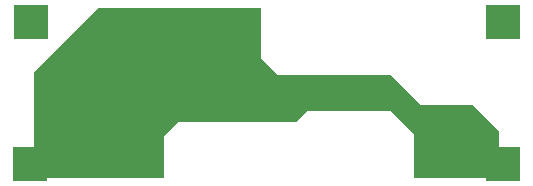
<source format=gbl>
G04*
G04 #@! TF.GenerationSoftware,Altium Limited,Altium Designer,23.9.2 (47)*
G04*
G04 Layer_Physical_Order=2*
G04 Layer_Color=16711680*
%FSLAX25Y25*%
%MOIN*%
G70*
G04*
G04 #@! TF.SameCoordinates,BF07538D-496F-460C-9621-901CF389F750*
G04*
G04*
G04 #@! TF.FilePolarity,Positive*
G04*
G01*
G75*
%ADD34R,0.11811X0.11811*%
%ADD35C,0.02362*%
G36*
X82677Y35433D02*
X120079D01*
X129921Y25591D01*
X147638Y25591D01*
X156276Y16952D01*
Y1204D01*
X127953D01*
Y15748D01*
X120079Y23622D01*
X92520D01*
X88583Y19685D01*
X76772Y19685D01*
X76772Y40685D01*
X77234Y40877D01*
X82677Y35433D01*
D02*
G37*
G36*
X76772Y19685D02*
X49213D01*
X44488Y14961D01*
Y1204D01*
X1204D01*
Y36637D01*
X22418Y57851D01*
X76772D01*
Y19685D01*
D02*
G37*
D34*
X157480Y53150D02*
D03*
Y5906D02*
D03*
X184Y53334D02*
D03*
X0Y5906D02*
D03*
D35*
X9843Y3937D02*
D03*
Y7874D02*
D03*
X13780D02*
D03*
Y3937D02*
D03*
X17717Y7874D02*
D03*
Y3937D02*
D03*
X21654D02*
D03*
Y7874D02*
D03*
X25591D02*
D03*
Y3937D02*
D03*
X29528D02*
D03*
Y7874D02*
D03*
X33465D02*
D03*
X37402D02*
D03*
X41339D02*
D03*
X33465Y3937D02*
D03*
X37402D02*
D03*
X41339D02*
D03*
X59055Y51181D02*
D03*
X62992D02*
D03*
Y55118D02*
D03*
X59055D02*
D03*
X35433Y51181D02*
D03*
X39370D02*
D03*
X43307D02*
D03*
X47244D02*
D03*
X51181D02*
D03*
X55118D02*
D03*
Y55118D02*
D03*
X51181D02*
D03*
X47244D02*
D03*
X43307D02*
D03*
X39370D02*
D03*
X35433D02*
D03*
X149606Y15748D02*
D03*
Y11811D02*
D03*
Y7874D02*
D03*
Y3937D02*
D03*
X145669D02*
D03*
Y7874D02*
D03*
Y11811D02*
D03*
Y15748D02*
D03*
X129921D02*
D03*
X133858D02*
D03*
X137795D02*
D03*
X141732D02*
D03*
Y11811D02*
D03*
Y7874D02*
D03*
Y3937D02*
D03*
X137795Y7874D02*
D03*
Y3937D02*
D03*
Y11811D02*
D03*
X133858D02*
D03*
Y7874D02*
D03*
X129921Y11811D02*
D03*
Y7874D02*
D03*
X133858Y3937D02*
D03*
X129921D02*
D03*
M02*

</source>
